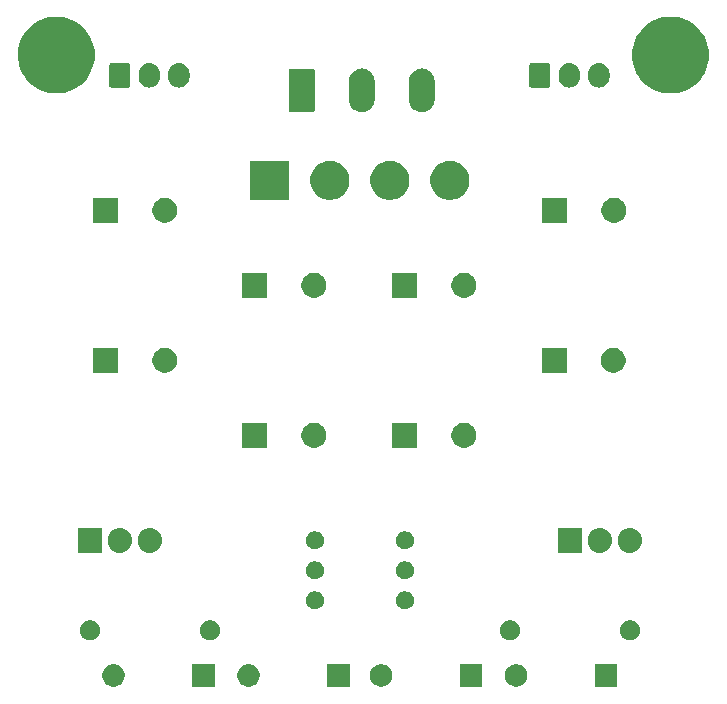
<source format=gts>
G04 #@! TF.GenerationSoftware,KiCad,Pcbnew,(5.1.5)-3*
G04 #@! TF.CreationDate,2020-03-29T19:39:18+08:00*
G04 #@! TF.ProjectId,317337,33313733-3337-42e6-9b69-6361645f7063,rev?*
G04 #@! TF.SameCoordinates,Original*
G04 #@! TF.FileFunction,Soldermask,Top*
G04 #@! TF.FilePolarity,Negative*
%FSLAX46Y46*%
G04 Gerber Fmt 4.6, Leading zero omitted, Abs format (unit mm)*
G04 Created by KiCad (PCBNEW (5.1.5)-3) date 2020-03-29 19:39:18*
%MOMM*%
%LPD*%
G04 APERTURE LIST*
%ADD10C,0.100000*%
G04 APERTURE END LIST*
D10*
G36*
X161511000Y-97471000D02*
G01*
X159609000Y-97471000D01*
X159609000Y-95569000D01*
X161511000Y-95569000D01*
X161511000Y-97471000D01*
G37*
G36*
X119117395Y-95605546D02*
G01*
X119290466Y-95677234D01*
X119290467Y-95677235D01*
X119446227Y-95781310D01*
X119578690Y-95913773D01*
X119578691Y-95913775D01*
X119682766Y-96069534D01*
X119754454Y-96242605D01*
X119791000Y-96426333D01*
X119791000Y-96613667D01*
X119754454Y-96797395D01*
X119682766Y-96970466D01*
X119682765Y-96970467D01*
X119578690Y-97126227D01*
X119446227Y-97258690D01*
X119367818Y-97311081D01*
X119290466Y-97362766D01*
X119117395Y-97434454D01*
X118933667Y-97471000D01*
X118746333Y-97471000D01*
X118562605Y-97434454D01*
X118389534Y-97362766D01*
X118312182Y-97311081D01*
X118233773Y-97258690D01*
X118101310Y-97126227D01*
X117997235Y-96970467D01*
X117997234Y-96970466D01*
X117925546Y-96797395D01*
X117889000Y-96613667D01*
X117889000Y-96426333D01*
X117925546Y-96242605D01*
X117997234Y-96069534D01*
X118101309Y-95913775D01*
X118101310Y-95913773D01*
X118233773Y-95781310D01*
X118389533Y-95677235D01*
X118389534Y-95677234D01*
X118562605Y-95605546D01*
X118746333Y-95569000D01*
X118933667Y-95569000D01*
X119117395Y-95605546D01*
G37*
G36*
X127411000Y-97471000D02*
G01*
X125509000Y-97471000D01*
X125509000Y-95569000D01*
X127411000Y-95569000D01*
X127411000Y-97471000D01*
G37*
G36*
X141787395Y-95605546D02*
G01*
X141960466Y-95677234D01*
X141960467Y-95677235D01*
X142116227Y-95781310D01*
X142248690Y-95913773D01*
X142248691Y-95913775D01*
X142352766Y-96069534D01*
X142424454Y-96242605D01*
X142461000Y-96426333D01*
X142461000Y-96613667D01*
X142424454Y-96797395D01*
X142352766Y-96970466D01*
X142352765Y-96970467D01*
X142248690Y-97126227D01*
X142116227Y-97258690D01*
X142037818Y-97311081D01*
X141960466Y-97362766D01*
X141787395Y-97434454D01*
X141603667Y-97471000D01*
X141416333Y-97471000D01*
X141232605Y-97434454D01*
X141059534Y-97362766D01*
X140982182Y-97311081D01*
X140903773Y-97258690D01*
X140771310Y-97126227D01*
X140667235Y-96970467D01*
X140667234Y-96970466D01*
X140595546Y-96797395D01*
X140559000Y-96613667D01*
X140559000Y-96426333D01*
X140595546Y-96242605D01*
X140667234Y-96069534D01*
X140771309Y-95913775D01*
X140771310Y-95913773D01*
X140903773Y-95781310D01*
X141059533Y-95677235D01*
X141059534Y-95677234D01*
X141232605Y-95605546D01*
X141416333Y-95569000D01*
X141603667Y-95569000D01*
X141787395Y-95605546D01*
G37*
G36*
X150081000Y-97471000D02*
G01*
X148179000Y-97471000D01*
X148179000Y-95569000D01*
X150081000Y-95569000D01*
X150081000Y-97471000D01*
G37*
G36*
X130547395Y-95605546D02*
G01*
X130720466Y-95677234D01*
X130720467Y-95677235D01*
X130876227Y-95781310D01*
X131008690Y-95913773D01*
X131008691Y-95913775D01*
X131112766Y-96069534D01*
X131184454Y-96242605D01*
X131221000Y-96426333D01*
X131221000Y-96613667D01*
X131184454Y-96797395D01*
X131112766Y-96970466D01*
X131112765Y-96970467D01*
X131008690Y-97126227D01*
X130876227Y-97258690D01*
X130797818Y-97311081D01*
X130720466Y-97362766D01*
X130547395Y-97434454D01*
X130363667Y-97471000D01*
X130176333Y-97471000D01*
X129992605Y-97434454D01*
X129819534Y-97362766D01*
X129742182Y-97311081D01*
X129663773Y-97258690D01*
X129531310Y-97126227D01*
X129427235Y-96970467D01*
X129427234Y-96970466D01*
X129355546Y-96797395D01*
X129319000Y-96613667D01*
X129319000Y-96426333D01*
X129355546Y-96242605D01*
X129427234Y-96069534D01*
X129531309Y-95913775D01*
X129531310Y-95913773D01*
X129663773Y-95781310D01*
X129819533Y-95677235D01*
X129819534Y-95677234D01*
X129992605Y-95605546D01*
X130176333Y-95569000D01*
X130363667Y-95569000D01*
X130547395Y-95605546D01*
G37*
G36*
X138841000Y-97471000D02*
G01*
X136939000Y-97471000D01*
X136939000Y-95569000D01*
X138841000Y-95569000D01*
X138841000Y-97471000D01*
G37*
G36*
X153217395Y-95605546D02*
G01*
X153390466Y-95677234D01*
X153390467Y-95677235D01*
X153546227Y-95781310D01*
X153678690Y-95913773D01*
X153678691Y-95913775D01*
X153782766Y-96069534D01*
X153854454Y-96242605D01*
X153891000Y-96426333D01*
X153891000Y-96613667D01*
X153854454Y-96797395D01*
X153782766Y-96970466D01*
X153782765Y-96970467D01*
X153678690Y-97126227D01*
X153546227Y-97258690D01*
X153467818Y-97311081D01*
X153390466Y-97362766D01*
X153217395Y-97434454D01*
X153033667Y-97471000D01*
X152846333Y-97471000D01*
X152662605Y-97434454D01*
X152489534Y-97362766D01*
X152412182Y-97311081D01*
X152333773Y-97258690D01*
X152201310Y-97126227D01*
X152097235Y-96970467D01*
X152097234Y-96970466D01*
X152025546Y-96797395D01*
X151989000Y-96613667D01*
X151989000Y-96426333D01*
X152025546Y-96242605D01*
X152097234Y-96069534D01*
X152201309Y-95913775D01*
X152201310Y-95913773D01*
X152333773Y-95781310D01*
X152489533Y-95677235D01*
X152489534Y-95677234D01*
X152662605Y-95605546D01*
X152846333Y-95569000D01*
X153033667Y-95569000D01*
X153217395Y-95605546D01*
G37*
G36*
X162808228Y-91891703D02*
G01*
X162963100Y-91955853D01*
X163102481Y-92048985D01*
X163221015Y-92167519D01*
X163314147Y-92306900D01*
X163378297Y-92461772D01*
X163411000Y-92626184D01*
X163411000Y-92793816D01*
X163378297Y-92958228D01*
X163314147Y-93113100D01*
X163221015Y-93252481D01*
X163102481Y-93371015D01*
X162963100Y-93464147D01*
X162808228Y-93528297D01*
X162643816Y-93561000D01*
X162476184Y-93561000D01*
X162311772Y-93528297D01*
X162156900Y-93464147D01*
X162017519Y-93371015D01*
X161898985Y-93252481D01*
X161805853Y-93113100D01*
X161741703Y-92958228D01*
X161709000Y-92793816D01*
X161709000Y-92626184D01*
X161741703Y-92461772D01*
X161805853Y-92306900D01*
X161898985Y-92167519D01*
X162017519Y-92048985D01*
X162156900Y-91955853D01*
X162311772Y-91891703D01*
X162476184Y-91859000D01*
X162643816Y-91859000D01*
X162808228Y-91891703D01*
G37*
G36*
X127248228Y-91891703D02*
G01*
X127403100Y-91955853D01*
X127542481Y-92048985D01*
X127661015Y-92167519D01*
X127754147Y-92306900D01*
X127818297Y-92461772D01*
X127851000Y-92626184D01*
X127851000Y-92793816D01*
X127818297Y-92958228D01*
X127754147Y-93113100D01*
X127661015Y-93252481D01*
X127542481Y-93371015D01*
X127403100Y-93464147D01*
X127248228Y-93528297D01*
X127083816Y-93561000D01*
X126916184Y-93561000D01*
X126751772Y-93528297D01*
X126596900Y-93464147D01*
X126457519Y-93371015D01*
X126338985Y-93252481D01*
X126245853Y-93113100D01*
X126181703Y-92958228D01*
X126149000Y-92793816D01*
X126149000Y-92626184D01*
X126181703Y-92461772D01*
X126245853Y-92306900D01*
X126338985Y-92167519D01*
X126457519Y-92048985D01*
X126596900Y-91955853D01*
X126751772Y-91891703D01*
X126916184Y-91859000D01*
X127083816Y-91859000D01*
X127248228Y-91891703D01*
G37*
G36*
X152648228Y-91891703D02*
G01*
X152803100Y-91955853D01*
X152942481Y-92048985D01*
X153061015Y-92167519D01*
X153154147Y-92306900D01*
X153218297Y-92461772D01*
X153251000Y-92626184D01*
X153251000Y-92793816D01*
X153218297Y-92958228D01*
X153154147Y-93113100D01*
X153061015Y-93252481D01*
X152942481Y-93371015D01*
X152803100Y-93464147D01*
X152648228Y-93528297D01*
X152483816Y-93561000D01*
X152316184Y-93561000D01*
X152151772Y-93528297D01*
X151996900Y-93464147D01*
X151857519Y-93371015D01*
X151738985Y-93252481D01*
X151645853Y-93113100D01*
X151581703Y-92958228D01*
X151549000Y-92793816D01*
X151549000Y-92626184D01*
X151581703Y-92461772D01*
X151645853Y-92306900D01*
X151738985Y-92167519D01*
X151857519Y-92048985D01*
X151996900Y-91955853D01*
X152151772Y-91891703D01*
X152316184Y-91859000D01*
X152483816Y-91859000D01*
X152648228Y-91891703D01*
G37*
G36*
X117088228Y-91891703D02*
G01*
X117243100Y-91955853D01*
X117382481Y-92048985D01*
X117501015Y-92167519D01*
X117594147Y-92306900D01*
X117658297Y-92461772D01*
X117691000Y-92626184D01*
X117691000Y-92793816D01*
X117658297Y-92958228D01*
X117594147Y-93113100D01*
X117501015Y-93252481D01*
X117382481Y-93371015D01*
X117243100Y-93464147D01*
X117088228Y-93528297D01*
X116923816Y-93561000D01*
X116756184Y-93561000D01*
X116591772Y-93528297D01*
X116436900Y-93464147D01*
X116297519Y-93371015D01*
X116178985Y-93252481D01*
X116085853Y-93113100D01*
X116021703Y-92958228D01*
X115989000Y-92793816D01*
X115989000Y-92626184D01*
X116021703Y-92461772D01*
X116085853Y-92306900D01*
X116178985Y-92167519D01*
X116297519Y-92048985D01*
X116436900Y-91955853D01*
X116591772Y-91891703D01*
X116756184Y-91859000D01*
X116923816Y-91859000D01*
X117088228Y-91891703D01*
G37*
G36*
X143635589Y-89408876D02*
G01*
X143734893Y-89428629D01*
X143875206Y-89486748D01*
X144001484Y-89571125D01*
X144108875Y-89678516D01*
X144193252Y-89804794D01*
X144251371Y-89945107D01*
X144281000Y-90094063D01*
X144281000Y-90245937D01*
X144251371Y-90394893D01*
X144193252Y-90535206D01*
X144108875Y-90661484D01*
X144001484Y-90768875D01*
X143875206Y-90853252D01*
X143734893Y-90911371D01*
X143635589Y-90931124D01*
X143585938Y-90941000D01*
X143434062Y-90941000D01*
X143384411Y-90931124D01*
X143285107Y-90911371D01*
X143144794Y-90853252D01*
X143018516Y-90768875D01*
X142911125Y-90661484D01*
X142826748Y-90535206D01*
X142768629Y-90394893D01*
X142739000Y-90245937D01*
X142739000Y-90094063D01*
X142768629Y-89945107D01*
X142826748Y-89804794D01*
X142911125Y-89678516D01*
X143018516Y-89571125D01*
X143144794Y-89486748D01*
X143285107Y-89428629D01*
X143384411Y-89408876D01*
X143434062Y-89399000D01*
X143585938Y-89399000D01*
X143635589Y-89408876D01*
G37*
G36*
X136015589Y-89408876D02*
G01*
X136114893Y-89428629D01*
X136255206Y-89486748D01*
X136381484Y-89571125D01*
X136488875Y-89678516D01*
X136573252Y-89804794D01*
X136631371Y-89945107D01*
X136661000Y-90094063D01*
X136661000Y-90245937D01*
X136631371Y-90394893D01*
X136573252Y-90535206D01*
X136488875Y-90661484D01*
X136381484Y-90768875D01*
X136255206Y-90853252D01*
X136114893Y-90911371D01*
X136015589Y-90931124D01*
X135965938Y-90941000D01*
X135814062Y-90941000D01*
X135764411Y-90931124D01*
X135665107Y-90911371D01*
X135524794Y-90853252D01*
X135398516Y-90768875D01*
X135291125Y-90661484D01*
X135206748Y-90535206D01*
X135148629Y-90394893D01*
X135119000Y-90245937D01*
X135119000Y-90094063D01*
X135148629Y-89945107D01*
X135206748Y-89804794D01*
X135291125Y-89678516D01*
X135398516Y-89571125D01*
X135524794Y-89486748D01*
X135665107Y-89428629D01*
X135764411Y-89408876D01*
X135814062Y-89399000D01*
X135965938Y-89399000D01*
X136015589Y-89408876D01*
G37*
G36*
X143635589Y-86868876D02*
G01*
X143734893Y-86888629D01*
X143875206Y-86946748D01*
X144001484Y-87031125D01*
X144108875Y-87138516D01*
X144193252Y-87264794D01*
X144251371Y-87405107D01*
X144281000Y-87554063D01*
X144281000Y-87705937D01*
X144251371Y-87854893D01*
X144193252Y-87995206D01*
X144108875Y-88121484D01*
X144001484Y-88228875D01*
X143875206Y-88313252D01*
X143734893Y-88371371D01*
X143635589Y-88391124D01*
X143585938Y-88401000D01*
X143434062Y-88401000D01*
X143384411Y-88391124D01*
X143285107Y-88371371D01*
X143144794Y-88313252D01*
X143018516Y-88228875D01*
X142911125Y-88121484D01*
X142826748Y-87995206D01*
X142768629Y-87854893D01*
X142739000Y-87705937D01*
X142739000Y-87554063D01*
X142768629Y-87405107D01*
X142826748Y-87264794D01*
X142911125Y-87138516D01*
X143018516Y-87031125D01*
X143144794Y-86946748D01*
X143285107Y-86888629D01*
X143384411Y-86868876D01*
X143434062Y-86859000D01*
X143585938Y-86859000D01*
X143635589Y-86868876D01*
G37*
G36*
X136015589Y-86868876D02*
G01*
X136114893Y-86888629D01*
X136255206Y-86946748D01*
X136381484Y-87031125D01*
X136488875Y-87138516D01*
X136573252Y-87264794D01*
X136631371Y-87405107D01*
X136661000Y-87554063D01*
X136661000Y-87705937D01*
X136631371Y-87854893D01*
X136573252Y-87995206D01*
X136488875Y-88121484D01*
X136381484Y-88228875D01*
X136255206Y-88313252D01*
X136114893Y-88371371D01*
X136015589Y-88391124D01*
X135965938Y-88401000D01*
X135814062Y-88401000D01*
X135764411Y-88391124D01*
X135665107Y-88371371D01*
X135524794Y-88313252D01*
X135398516Y-88228875D01*
X135291125Y-88121484D01*
X135206748Y-87995206D01*
X135148629Y-87854893D01*
X135119000Y-87705937D01*
X135119000Y-87554063D01*
X135148629Y-87405107D01*
X135206748Y-87264794D01*
X135291125Y-87138516D01*
X135398516Y-87031125D01*
X135524794Y-86946748D01*
X135665107Y-86888629D01*
X135764411Y-86868876D01*
X135814062Y-86859000D01*
X135965938Y-86859000D01*
X136015589Y-86868876D01*
G37*
G36*
X162756719Y-84053520D02*
G01*
X162945880Y-84110901D01*
X162945883Y-84110902D01*
X163038333Y-84160318D01*
X163120212Y-84204083D01*
X163273015Y-84329485D01*
X163398417Y-84482288D01*
X163491599Y-84656619D01*
X163548980Y-84845780D01*
X163563500Y-84993206D01*
X163563500Y-85186793D01*
X163548980Y-85334219D01*
X163512280Y-85455204D01*
X163491598Y-85523383D01*
X163460542Y-85581484D01*
X163398417Y-85697712D01*
X163273015Y-85850515D01*
X163120212Y-85975917D01*
X162945881Y-86069099D01*
X162756720Y-86126480D01*
X162560000Y-86145855D01*
X162363281Y-86126480D01*
X162174120Y-86069099D01*
X161999788Y-85975917D01*
X161846985Y-85850515D01*
X161721583Y-85697712D01*
X161628401Y-85523381D01*
X161571020Y-85334220D01*
X161556500Y-85186794D01*
X161556500Y-84993207D01*
X161571020Y-84845781D01*
X161628401Y-84656620D01*
X161628402Y-84656617D01*
X161716860Y-84491125D01*
X161721583Y-84482288D01*
X161846985Y-84329485D01*
X161999788Y-84204083D01*
X162174119Y-84110901D01*
X162363280Y-84053520D01*
X162560000Y-84034145D01*
X162756719Y-84053520D01*
G37*
G36*
X160216719Y-84053520D02*
G01*
X160405880Y-84110901D01*
X160405883Y-84110902D01*
X160498333Y-84160318D01*
X160580212Y-84204083D01*
X160733015Y-84329485D01*
X160858417Y-84482288D01*
X160951599Y-84656619D01*
X161008980Y-84845780D01*
X161023500Y-84993206D01*
X161023500Y-85186793D01*
X161008980Y-85334219D01*
X160972280Y-85455204D01*
X160951598Y-85523383D01*
X160920542Y-85581484D01*
X160858417Y-85697712D01*
X160733015Y-85850515D01*
X160580212Y-85975917D01*
X160405881Y-86069099D01*
X160216720Y-86126480D01*
X160020000Y-86145855D01*
X159823281Y-86126480D01*
X159634120Y-86069099D01*
X159459788Y-85975917D01*
X159306985Y-85850515D01*
X159181583Y-85697712D01*
X159088401Y-85523381D01*
X159031020Y-85334220D01*
X159016500Y-85186794D01*
X159016500Y-84993207D01*
X159031020Y-84845781D01*
X159088401Y-84656620D01*
X159088402Y-84656617D01*
X159176860Y-84491125D01*
X159181583Y-84482288D01*
X159306985Y-84329485D01*
X159459788Y-84204083D01*
X159634119Y-84110901D01*
X159823280Y-84053520D01*
X160020000Y-84034145D01*
X160216719Y-84053520D01*
G37*
G36*
X122116719Y-84053520D02*
G01*
X122305880Y-84110901D01*
X122305883Y-84110902D01*
X122398333Y-84160318D01*
X122480212Y-84204083D01*
X122633015Y-84329485D01*
X122758417Y-84482288D01*
X122851599Y-84656619D01*
X122908980Y-84845780D01*
X122923500Y-84993206D01*
X122923500Y-85186793D01*
X122908980Y-85334219D01*
X122872280Y-85455204D01*
X122851598Y-85523383D01*
X122820542Y-85581484D01*
X122758417Y-85697712D01*
X122633015Y-85850515D01*
X122480212Y-85975917D01*
X122305881Y-86069099D01*
X122116720Y-86126480D01*
X121920000Y-86145855D01*
X121723281Y-86126480D01*
X121534120Y-86069099D01*
X121359788Y-85975917D01*
X121206985Y-85850515D01*
X121081583Y-85697712D01*
X120988401Y-85523381D01*
X120931020Y-85334220D01*
X120916500Y-85186794D01*
X120916500Y-84993207D01*
X120931020Y-84845781D01*
X120988401Y-84656620D01*
X120988402Y-84656617D01*
X121076860Y-84491125D01*
X121081583Y-84482288D01*
X121206985Y-84329485D01*
X121359788Y-84204083D01*
X121534119Y-84110901D01*
X121723280Y-84053520D01*
X121920000Y-84034145D01*
X122116719Y-84053520D01*
G37*
G36*
X119576719Y-84053520D02*
G01*
X119765880Y-84110901D01*
X119765883Y-84110902D01*
X119858333Y-84160318D01*
X119940212Y-84204083D01*
X120093015Y-84329485D01*
X120218417Y-84482288D01*
X120311599Y-84656619D01*
X120368980Y-84845780D01*
X120383500Y-84993206D01*
X120383500Y-85186793D01*
X120368980Y-85334219D01*
X120332280Y-85455204D01*
X120311598Y-85523383D01*
X120280542Y-85581484D01*
X120218417Y-85697712D01*
X120093015Y-85850515D01*
X119940212Y-85975917D01*
X119765881Y-86069099D01*
X119576720Y-86126480D01*
X119380000Y-86145855D01*
X119183281Y-86126480D01*
X118994120Y-86069099D01*
X118819788Y-85975917D01*
X118666985Y-85850515D01*
X118541583Y-85697712D01*
X118448401Y-85523381D01*
X118391020Y-85334220D01*
X118376500Y-85186794D01*
X118376500Y-84993207D01*
X118391020Y-84845781D01*
X118448401Y-84656620D01*
X118448402Y-84656617D01*
X118536860Y-84491125D01*
X118541583Y-84482288D01*
X118666985Y-84329485D01*
X118819788Y-84204083D01*
X118994119Y-84110901D01*
X119183280Y-84053520D01*
X119380000Y-84034145D01*
X119576719Y-84053520D01*
G37*
G36*
X158483500Y-86141000D02*
G01*
X156476500Y-86141000D01*
X156476500Y-84039000D01*
X158483500Y-84039000D01*
X158483500Y-86141000D01*
G37*
G36*
X117843500Y-86141000D02*
G01*
X115836500Y-86141000D01*
X115836500Y-84039000D01*
X117843500Y-84039000D01*
X117843500Y-86141000D01*
G37*
G36*
X136015589Y-84328876D02*
G01*
X136114893Y-84348629D01*
X136255206Y-84406748D01*
X136381484Y-84491125D01*
X136488875Y-84598516D01*
X136573252Y-84724794D01*
X136631371Y-84865107D01*
X136661000Y-85014063D01*
X136661000Y-85165937D01*
X136631371Y-85314893D01*
X136573252Y-85455206D01*
X136488875Y-85581484D01*
X136381484Y-85688875D01*
X136255206Y-85773252D01*
X136114893Y-85831371D01*
X136018649Y-85850515D01*
X135965938Y-85861000D01*
X135814062Y-85861000D01*
X135761351Y-85850515D01*
X135665107Y-85831371D01*
X135524794Y-85773252D01*
X135398516Y-85688875D01*
X135291125Y-85581484D01*
X135206748Y-85455206D01*
X135148629Y-85314893D01*
X135119000Y-85165937D01*
X135119000Y-85014063D01*
X135148629Y-84865107D01*
X135206748Y-84724794D01*
X135291125Y-84598516D01*
X135398516Y-84491125D01*
X135524794Y-84406748D01*
X135665107Y-84348629D01*
X135764411Y-84328876D01*
X135814062Y-84319000D01*
X135965938Y-84319000D01*
X136015589Y-84328876D01*
G37*
G36*
X143635589Y-84328876D02*
G01*
X143734893Y-84348629D01*
X143875206Y-84406748D01*
X144001484Y-84491125D01*
X144108875Y-84598516D01*
X144193252Y-84724794D01*
X144251371Y-84865107D01*
X144281000Y-85014063D01*
X144281000Y-85165937D01*
X144251371Y-85314893D01*
X144193252Y-85455206D01*
X144108875Y-85581484D01*
X144001484Y-85688875D01*
X143875206Y-85773252D01*
X143734893Y-85831371D01*
X143638649Y-85850515D01*
X143585938Y-85861000D01*
X143434062Y-85861000D01*
X143381351Y-85850515D01*
X143285107Y-85831371D01*
X143144794Y-85773252D01*
X143018516Y-85688875D01*
X142911125Y-85581484D01*
X142826748Y-85455206D01*
X142768629Y-85314893D01*
X142739000Y-85165937D01*
X142739000Y-85014063D01*
X142768629Y-84865107D01*
X142826748Y-84724794D01*
X142911125Y-84598516D01*
X143018516Y-84491125D01*
X143144794Y-84406748D01*
X143285107Y-84348629D01*
X143384411Y-84328876D01*
X143434062Y-84319000D01*
X143585938Y-84319000D01*
X143635589Y-84328876D01*
G37*
G36*
X144561000Y-77251000D02*
G01*
X142459000Y-77251000D01*
X142459000Y-75149000D01*
X144561000Y-75149000D01*
X144561000Y-77251000D01*
G37*
G36*
X131861000Y-77251000D02*
G01*
X129759000Y-77251000D01*
X129759000Y-75149000D01*
X131861000Y-75149000D01*
X131861000Y-77251000D01*
G37*
G36*
X148816564Y-75189389D02*
G01*
X149007833Y-75268615D01*
X149007835Y-75268616D01*
X149179973Y-75383635D01*
X149326365Y-75530027D01*
X149441385Y-75702167D01*
X149520611Y-75893436D01*
X149561000Y-76096484D01*
X149561000Y-76303516D01*
X149520611Y-76506564D01*
X149441385Y-76697833D01*
X149441384Y-76697835D01*
X149326365Y-76869973D01*
X149179973Y-77016365D01*
X149007835Y-77131384D01*
X149007834Y-77131385D01*
X149007833Y-77131385D01*
X148816564Y-77210611D01*
X148613516Y-77251000D01*
X148406484Y-77251000D01*
X148203436Y-77210611D01*
X148012167Y-77131385D01*
X148012166Y-77131385D01*
X148012165Y-77131384D01*
X147840027Y-77016365D01*
X147693635Y-76869973D01*
X147578616Y-76697835D01*
X147578615Y-76697833D01*
X147499389Y-76506564D01*
X147459000Y-76303516D01*
X147459000Y-76096484D01*
X147499389Y-75893436D01*
X147578615Y-75702167D01*
X147693635Y-75530027D01*
X147840027Y-75383635D01*
X148012165Y-75268616D01*
X148012167Y-75268615D01*
X148203436Y-75189389D01*
X148406484Y-75149000D01*
X148613516Y-75149000D01*
X148816564Y-75189389D01*
G37*
G36*
X136116564Y-75189389D02*
G01*
X136307833Y-75268615D01*
X136307835Y-75268616D01*
X136479973Y-75383635D01*
X136626365Y-75530027D01*
X136741385Y-75702167D01*
X136820611Y-75893436D01*
X136861000Y-76096484D01*
X136861000Y-76303516D01*
X136820611Y-76506564D01*
X136741385Y-76697833D01*
X136741384Y-76697835D01*
X136626365Y-76869973D01*
X136479973Y-77016365D01*
X136307835Y-77131384D01*
X136307834Y-77131385D01*
X136307833Y-77131385D01*
X136116564Y-77210611D01*
X135913516Y-77251000D01*
X135706484Y-77251000D01*
X135503436Y-77210611D01*
X135312167Y-77131385D01*
X135312166Y-77131385D01*
X135312165Y-77131384D01*
X135140027Y-77016365D01*
X134993635Y-76869973D01*
X134878616Y-76697835D01*
X134878615Y-76697833D01*
X134799389Y-76506564D01*
X134759000Y-76303516D01*
X134759000Y-76096484D01*
X134799389Y-75893436D01*
X134878615Y-75702167D01*
X134993635Y-75530027D01*
X135140027Y-75383635D01*
X135312165Y-75268616D01*
X135312167Y-75268615D01*
X135503436Y-75189389D01*
X135706484Y-75149000D01*
X135913516Y-75149000D01*
X136116564Y-75189389D01*
G37*
G36*
X119241000Y-70901000D02*
G01*
X117139000Y-70901000D01*
X117139000Y-68799000D01*
X119241000Y-68799000D01*
X119241000Y-70901000D01*
G37*
G36*
X161469564Y-68839389D02*
G01*
X161660833Y-68918615D01*
X161660835Y-68918616D01*
X161832973Y-69033635D01*
X161979365Y-69180027D01*
X162094385Y-69352167D01*
X162173611Y-69543436D01*
X162214000Y-69746484D01*
X162214000Y-69953516D01*
X162173611Y-70156564D01*
X162094385Y-70347833D01*
X162094384Y-70347835D01*
X161979365Y-70519973D01*
X161832973Y-70666365D01*
X161660835Y-70781384D01*
X161660834Y-70781385D01*
X161660833Y-70781385D01*
X161469564Y-70860611D01*
X161266516Y-70901000D01*
X161059484Y-70901000D01*
X160856436Y-70860611D01*
X160665167Y-70781385D01*
X160665166Y-70781385D01*
X160665165Y-70781384D01*
X160493027Y-70666365D01*
X160346635Y-70519973D01*
X160231616Y-70347835D01*
X160231615Y-70347833D01*
X160152389Y-70156564D01*
X160112000Y-69953516D01*
X160112000Y-69746484D01*
X160152389Y-69543436D01*
X160231615Y-69352167D01*
X160346635Y-69180027D01*
X160493027Y-69033635D01*
X160665165Y-68918616D01*
X160665167Y-68918615D01*
X160856436Y-68839389D01*
X161059484Y-68799000D01*
X161266516Y-68799000D01*
X161469564Y-68839389D01*
G37*
G36*
X157214000Y-70901000D02*
G01*
X155112000Y-70901000D01*
X155112000Y-68799000D01*
X157214000Y-68799000D01*
X157214000Y-70901000D01*
G37*
G36*
X123496564Y-68839389D02*
G01*
X123687833Y-68918615D01*
X123687835Y-68918616D01*
X123859973Y-69033635D01*
X124006365Y-69180027D01*
X124121385Y-69352167D01*
X124200611Y-69543436D01*
X124241000Y-69746484D01*
X124241000Y-69953516D01*
X124200611Y-70156564D01*
X124121385Y-70347833D01*
X124121384Y-70347835D01*
X124006365Y-70519973D01*
X123859973Y-70666365D01*
X123687835Y-70781384D01*
X123687834Y-70781385D01*
X123687833Y-70781385D01*
X123496564Y-70860611D01*
X123293516Y-70901000D01*
X123086484Y-70901000D01*
X122883436Y-70860611D01*
X122692167Y-70781385D01*
X122692166Y-70781385D01*
X122692165Y-70781384D01*
X122520027Y-70666365D01*
X122373635Y-70519973D01*
X122258616Y-70347835D01*
X122258615Y-70347833D01*
X122179389Y-70156564D01*
X122139000Y-69953516D01*
X122139000Y-69746484D01*
X122179389Y-69543436D01*
X122258615Y-69352167D01*
X122373635Y-69180027D01*
X122520027Y-69033635D01*
X122692165Y-68918616D01*
X122692167Y-68918615D01*
X122883436Y-68839389D01*
X123086484Y-68799000D01*
X123293516Y-68799000D01*
X123496564Y-68839389D01*
G37*
G36*
X136116564Y-62489389D02*
G01*
X136307833Y-62568615D01*
X136307835Y-62568616D01*
X136479973Y-62683635D01*
X136626365Y-62830027D01*
X136741385Y-63002167D01*
X136820611Y-63193436D01*
X136861000Y-63396484D01*
X136861000Y-63603516D01*
X136820611Y-63806564D01*
X136741385Y-63997833D01*
X136741384Y-63997835D01*
X136626365Y-64169973D01*
X136479973Y-64316365D01*
X136307835Y-64431384D01*
X136307834Y-64431385D01*
X136307833Y-64431385D01*
X136116564Y-64510611D01*
X135913516Y-64551000D01*
X135706484Y-64551000D01*
X135503436Y-64510611D01*
X135312167Y-64431385D01*
X135312166Y-64431385D01*
X135312165Y-64431384D01*
X135140027Y-64316365D01*
X134993635Y-64169973D01*
X134878616Y-63997835D01*
X134878615Y-63997833D01*
X134799389Y-63806564D01*
X134759000Y-63603516D01*
X134759000Y-63396484D01*
X134799389Y-63193436D01*
X134878615Y-63002167D01*
X134993635Y-62830027D01*
X135140027Y-62683635D01*
X135312165Y-62568616D01*
X135312167Y-62568615D01*
X135503436Y-62489389D01*
X135706484Y-62449000D01*
X135913516Y-62449000D01*
X136116564Y-62489389D01*
G37*
G36*
X144561000Y-64551000D02*
G01*
X142459000Y-64551000D01*
X142459000Y-62449000D01*
X144561000Y-62449000D01*
X144561000Y-64551000D01*
G37*
G36*
X148816564Y-62489389D02*
G01*
X149007833Y-62568615D01*
X149007835Y-62568616D01*
X149179973Y-62683635D01*
X149326365Y-62830027D01*
X149441385Y-63002167D01*
X149520611Y-63193436D01*
X149561000Y-63396484D01*
X149561000Y-63603516D01*
X149520611Y-63806564D01*
X149441385Y-63997833D01*
X149441384Y-63997835D01*
X149326365Y-64169973D01*
X149179973Y-64316365D01*
X149007835Y-64431384D01*
X149007834Y-64431385D01*
X149007833Y-64431385D01*
X148816564Y-64510611D01*
X148613516Y-64551000D01*
X148406484Y-64551000D01*
X148203436Y-64510611D01*
X148012167Y-64431385D01*
X148012166Y-64431385D01*
X148012165Y-64431384D01*
X147840027Y-64316365D01*
X147693635Y-64169973D01*
X147578616Y-63997835D01*
X147578615Y-63997833D01*
X147499389Y-63806564D01*
X147459000Y-63603516D01*
X147459000Y-63396484D01*
X147499389Y-63193436D01*
X147578615Y-63002167D01*
X147693635Y-62830027D01*
X147840027Y-62683635D01*
X148012165Y-62568616D01*
X148012167Y-62568615D01*
X148203436Y-62489389D01*
X148406484Y-62449000D01*
X148613516Y-62449000D01*
X148816564Y-62489389D01*
G37*
G36*
X131861000Y-64551000D02*
G01*
X129759000Y-64551000D01*
X129759000Y-62449000D01*
X131861000Y-62449000D01*
X131861000Y-64551000D01*
G37*
G36*
X161516564Y-56139389D02*
G01*
X161707833Y-56218615D01*
X161707835Y-56218616D01*
X161771267Y-56261000D01*
X161879973Y-56333635D01*
X162026365Y-56480027D01*
X162141385Y-56652167D01*
X162220611Y-56843436D01*
X162261000Y-57046484D01*
X162261000Y-57253516D01*
X162220611Y-57456564D01*
X162141385Y-57647833D01*
X162141384Y-57647835D01*
X162026365Y-57819973D01*
X161879973Y-57966365D01*
X161707835Y-58081384D01*
X161707834Y-58081385D01*
X161707833Y-58081385D01*
X161516564Y-58160611D01*
X161313516Y-58201000D01*
X161106484Y-58201000D01*
X160903436Y-58160611D01*
X160712167Y-58081385D01*
X160712166Y-58081385D01*
X160712165Y-58081384D01*
X160540027Y-57966365D01*
X160393635Y-57819973D01*
X160278616Y-57647835D01*
X160278615Y-57647833D01*
X160199389Y-57456564D01*
X160159000Y-57253516D01*
X160159000Y-57046484D01*
X160199389Y-56843436D01*
X160278615Y-56652167D01*
X160393635Y-56480027D01*
X160540027Y-56333635D01*
X160648733Y-56261000D01*
X160712165Y-56218616D01*
X160712167Y-56218615D01*
X160903436Y-56139389D01*
X161106484Y-56099000D01*
X161313516Y-56099000D01*
X161516564Y-56139389D01*
G37*
G36*
X157261000Y-58201000D02*
G01*
X155159000Y-58201000D01*
X155159000Y-56099000D01*
X157261000Y-56099000D01*
X157261000Y-58201000D01*
G37*
G36*
X123496564Y-56139389D02*
G01*
X123687833Y-56218615D01*
X123687835Y-56218616D01*
X123751267Y-56261000D01*
X123859973Y-56333635D01*
X124006365Y-56480027D01*
X124121385Y-56652167D01*
X124200611Y-56843436D01*
X124241000Y-57046484D01*
X124241000Y-57253516D01*
X124200611Y-57456564D01*
X124121385Y-57647833D01*
X124121384Y-57647835D01*
X124006365Y-57819973D01*
X123859973Y-57966365D01*
X123687835Y-58081384D01*
X123687834Y-58081385D01*
X123687833Y-58081385D01*
X123496564Y-58160611D01*
X123293516Y-58201000D01*
X123086484Y-58201000D01*
X122883436Y-58160611D01*
X122692167Y-58081385D01*
X122692166Y-58081385D01*
X122692165Y-58081384D01*
X122520027Y-57966365D01*
X122373635Y-57819973D01*
X122258616Y-57647835D01*
X122258615Y-57647833D01*
X122179389Y-57456564D01*
X122139000Y-57253516D01*
X122139000Y-57046484D01*
X122179389Y-56843436D01*
X122258615Y-56652167D01*
X122373635Y-56480027D01*
X122520027Y-56333635D01*
X122628733Y-56261000D01*
X122692165Y-56218616D01*
X122692167Y-56218615D01*
X122883436Y-56139389D01*
X123086484Y-56099000D01*
X123293516Y-56099000D01*
X123496564Y-56139389D01*
G37*
G36*
X119241000Y-58201000D02*
G01*
X117139000Y-58201000D01*
X117139000Y-56099000D01*
X119241000Y-56099000D01*
X119241000Y-58201000D01*
G37*
G36*
X133731000Y-56261000D02*
G01*
X130429000Y-56261000D01*
X130429000Y-52959000D01*
X133731000Y-52959000D01*
X133731000Y-56261000D01*
G37*
G36*
X147695256Y-53001298D02*
G01*
X147801579Y-53022447D01*
X148102042Y-53146903D01*
X148372451Y-53327585D01*
X148602415Y-53557549D01*
X148783097Y-53827958D01*
X148907553Y-54128421D01*
X148971000Y-54447391D01*
X148971000Y-54772609D01*
X148907553Y-55091579D01*
X148783097Y-55392042D01*
X148602415Y-55662451D01*
X148372451Y-55892415D01*
X148102042Y-56073097D01*
X147801579Y-56197553D01*
X147695693Y-56218615D01*
X147482611Y-56261000D01*
X147157389Y-56261000D01*
X146944307Y-56218615D01*
X146838421Y-56197553D01*
X146537958Y-56073097D01*
X146267549Y-55892415D01*
X146037585Y-55662451D01*
X145856903Y-55392042D01*
X145732447Y-55091579D01*
X145669000Y-54772609D01*
X145669000Y-54447391D01*
X145732447Y-54128421D01*
X145856903Y-53827958D01*
X146037585Y-53557549D01*
X146267549Y-53327585D01*
X146537958Y-53146903D01*
X146838421Y-53022447D01*
X146944744Y-53001298D01*
X147157389Y-52959000D01*
X147482611Y-52959000D01*
X147695256Y-53001298D01*
G37*
G36*
X142615256Y-53001298D02*
G01*
X142721579Y-53022447D01*
X143022042Y-53146903D01*
X143292451Y-53327585D01*
X143522415Y-53557549D01*
X143703097Y-53827958D01*
X143827553Y-54128421D01*
X143891000Y-54447391D01*
X143891000Y-54772609D01*
X143827553Y-55091579D01*
X143703097Y-55392042D01*
X143522415Y-55662451D01*
X143292451Y-55892415D01*
X143022042Y-56073097D01*
X142721579Y-56197553D01*
X142615693Y-56218615D01*
X142402611Y-56261000D01*
X142077389Y-56261000D01*
X141864307Y-56218615D01*
X141758421Y-56197553D01*
X141457958Y-56073097D01*
X141187549Y-55892415D01*
X140957585Y-55662451D01*
X140776903Y-55392042D01*
X140652447Y-55091579D01*
X140589000Y-54772609D01*
X140589000Y-54447391D01*
X140652447Y-54128421D01*
X140776903Y-53827958D01*
X140957585Y-53557549D01*
X141187549Y-53327585D01*
X141457958Y-53146903D01*
X141758421Y-53022447D01*
X141864744Y-53001298D01*
X142077389Y-52959000D01*
X142402611Y-52959000D01*
X142615256Y-53001298D01*
G37*
G36*
X137535256Y-53001298D02*
G01*
X137641579Y-53022447D01*
X137942042Y-53146903D01*
X138212451Y-53327585D01*
X138442415Y-53557549D01*
X138623097Y-53827958D01*
X138747553Y-54128421D01*
X138811000Y-54447391D01*
X138811000Y-54772609D01*
X138747553Y-55091579D01*
X138623097Y-55392042D01*
X138442415Y-55662451D01*
X138212451Y-55892415D01*
X137942042Y-56073097D01*
X137641579Y-56197553D01*
X137535693Y-56218615D01*
X137322611Y-56261000D01*
X136997389Y-56261000D01*
X136784307Y-56218615D01*
X136678421Y-56197553D01*
X136377958Y-56073097D01*
X136107549Y-55892415D01*
X135877585Y-55662451D01*
X135696903Y-55392042D01*
X135572447Y-55091579D01*
X135509000Y-54772609D01*
X135509000Y-54447391D01*
X135572447Y-54128421D01*
X135696903Y-53827958D01*
X135877585Y-53557549D01*
X136107549Y-53327585D01*
X136377958Y-53146903D01*
X136678421Y-53022447D01*
X136784744Y-53001298D01*
X136997389Y-52959000D01*
X137322611Y-52959000D01*
X137535256Y-53001298D01*
G37*
G36*
X140073870Y-45154786D02*
G01*
X140184779Y-45188430D01*
X140275053Y-45215814D01*
X140279529Y-45217172D01*
X140429597Y-45297385D01*
X140469059Y-45318478D01*
X140635186Y-45454814D01*
X140713912Y-45550743D01*
X140771525Y-45620945D01*
X140872828Y-45810470D01*
X140935214Y-46016129D01*
X140951000Y-46176409D01*
X140951000Y-47803591D01*
X140935214Y-47963871D01*
X140872828Y-48169530D01*
X140771525Y-48359055D01*
X140771523Y-48359058D01*
X140771522Y-48359059D01*
X140635186Y-48525186D01*
X140507583Y-48629906D01*
X140469055Y-48661525D01*
X140279530Y-48762828D01*
X140279527Y-48762829D01*
X140268058Y-48766308D01*
X140073871Y-48825214D01*
X139860000Y-48846278D01*
X139646130Y-48825214D01*
X139451943Y-48766308D01*
X139440474Y-48762829D01*
X139440471Y-48762828D01*
X139250946Y-48661525D01*
X139212418Y-48629906D01*
X139084815Y-48525186D01*
X138948479Y-48359059D01*
X138948478Y-48359058D01*
X138948476Y-48359055D01*
X138847171Y-48169527D01*
X138784786Y-47963874D01*
X138769000Y-47803591D01*
X138769000Y-46176410D01*
X138784786Y-46016130D01*
X138847172Y-45810471D01*
X138948477Y-45620943D01*
X138948478Y-45620941D01*
X139084814Y-45454814D01*
X139250941Y-45318478D01*
X139250942Y-45318477D01*
X139250945Y-45318475D01*
X139440470Y-45217172D01*
X139444947Y-45215814D01*
X139535220Y-45188430D01*
X139646129Y-45154786D01*
X139860000Y-45133722D01*
X140073870Y-45154786D01*
G37*
G36*
X145153870Y-45154786D02*
G01*
X145264779Y-45188430D01*
X145355053Y-45215814D01*
X145359529Y-45217172D01*
X145509597Y-45297385D01*
X145549059Y-45318478D01*
X145715186Y-45454814D01*
X145793912Y-45550743D01*
X145851525Y-45620945D01*
X145952828Y-45810470D01*
X146015214Y-46016129D01*
X146031000Y-46176409D01*
X146031000Y-47803591D01*
X146015214Y-47963871D01*
X145952828Y-48169530D01*
X145851525Y-48359055D01*
X145851523Y-48359058D01*
X145851522Y-48359059D01*
X145715186Y-48525186D01*
X145587583Y-48629906D01*
X145549055Y-48661525D01*
X145359530Y-48762828D01*
X145359527Y-48762829D01*
X145348058Y-48766308D01*
X145153871Y-48825214D01*
X144940000Y-48846278D01*
X144726130Y-48825214D01*
X144531943Y-48766308D01*
X144520474Y-48762829D01*
X144520471Y-48762828D01*
X144330946Y-48661525D01*
X144292418Y-48629906D01*
X144164815Y-48525186D01*
X144028479Y-48359059D01*
X144028478Y-48359058D01*
X144028476Y-48359055D01*
X143927171Y-48169527D01*
X143864786Y-47963874D01*
X143849000Y-47803591D01*
X143849000Y-46176410D01*
X143864786Y-46016130D01*
X143927172Y-45810471D01*
X144028477Y-45620943D01*
X144028478Y-45620941D01*
X144164814Y-45454814D01*
X144330941Y-45318478D01*
X144330942Y-45318477D01*
X144330945Y-45318475D01*
X144520470Y-45217172D01*
X144524947Y-45215814D01*
X144615220Y-45188430D01*
X144726129Y-45154786D01*
X144940000Y-45133722D01*
X145153870Y-45154786D01*
G37*
G36*
X135736217Y-45142808D02*
G01*
X135767489Y-45152294D01*
X135796308Y-45167698D01*
X135821570Y-45188430D01*
X135842302Y-45213692D01*
X135857706Y-45242511D01*
X135867192Y-45273783D01*
X135871000Y-45312448D01*
X135871000Y-48667552D01*
X135867192Y-48706217D01*
X135857706Y-48737489D01*
X135842302Y-48766308D01*
X135821570Y-48791570D01*
X135796308Y-48812302D01*
X135767489Y-48827706D01*
X135736217Y-48837192D01*
X135697552Y-48841000D01*
X133862448Y-48841000D01*
X133823783Y-48837192D01*
X133792511Y-48827706D01*
X133763692Y-48812302D01*
X133738430Y-48791570D01*
X133717698Y-48766308D01*
X133702294Y-48737489D01*
X133692808Y-48706217D01*
X133689000Y-48667552D01*
X133689000Y-45312448D01*
X133692808Y-45273783D01*
X133702294Y-45242511D01*
X133717698Y-45213692D01*
X133738430Y-45188430D01*
X133763692Y-45167698D01*
X133792511Y-45152294D01*
X133823783Y-45142808D01*
X133862448Y-45139000D01*
X135697552Y-45139000D01*
X135736217Y-45142808D01*
G37*
G36*
X114634239Y-40811467D02*
G01*
X114948282Y-40873934D01*
X115539926Y-41119001D01*
X116072392Y-41474784D01*
X116525216Y-41927608D01*
X116880999Y-42460074D01*
X117126066Y-43051718D01*
X117126066Y-43051719D01*
X117251000Y-43679803D01*
X117251000Y-44320197D01*
X117188533Y-44634239D01*
X117126066Y-44948282D01*
X116880999Y-45539926D01*
X116647583Y-45889257D01*
X116559138Y-46021625D01*
X116525216Y-46072392D01*
X116072392Y-46525216D01*
X115539926Y-46880999D01*
X114948282Y-47126066D01*
X114634239Y-47188533D01*
X114320197Y-47251000D01*
X113679803Y-47251000D01*
X113365761Y-47188533D01*
X113051718Y-47126066D01*
X112460074Y-46880999D01*
X111927608Y-46525216D01*
X111474784Y-46072392D01*
X111440863Y-46021625D01*
X111352417Y-45889257D01*
X111119001Y-45539926D01*
X110873934Y-44948282D01*
X110811467Y-44634239D01*
X110749000Y-44320197D01*
X110749000Y-43679803D01*
X110873934Y-43051719D01*
X110873934Y-43051718D01*
X111119001Y-42460074D01*
X111474784Y-41927608D01*
X111927608Y-41474784D01*
X112460074Y-41119001D01*
X113051718Y-40873934D01*
X113365761Y-40811467D01*
X113679803Y-40749000D01*
X114320197Y-40749000D01*
X114634239Y-40811467D01*
G37*
G36*
X166634239Y-40811467D02*
G01*
X166948282Y-40873934D01*
X167539926Y-41119001D01*
X168072392Y-41474784D01*
X168525216Y-41927608D01*
X168880999Y-42460074D01*
X169126066Y-43051718D01*
X169126066Y-43051719D01*
X169251000Y-43679803D01*
X169251000Y-44320197D01*
X169188533Y-44634239D01*
X169126066Y-44948282D01*
X168880999Y-45539926D01*
X168647583Y-45889257D01*
X168559138Y-46021625D01*
X168525216Y-46072392D01*
X168072392Y-46525216D01*
X167539926Y-46880999D01*
X166948282Y-47126066D01*
X166634239Y-47188533D01*
X166320197Y-47251000D01*
X165679803Y-47251000D01*
X165365761Y-47188533D01*
X165051718Y-47126066D01*
X164460074Y-46880999D01*
X163927608Y-46525216D01*
X163474784Y-46072392D01*
X163440863Y-46021625D01*
X163352417Y-45889257D01*
X163119001Y-45539926D01*
X162873934Y-44948282D01*
X162811467Y-44634239D01*
X162749000Y-44320197D01*
X162749000Y-43679803D01*
X162873934Y-43051719D01*
X162873934Y-43051718D01*
X163119001Y-42460074D01*
X163474784Y-41927608D01*
X163927608Y-41474784D01*
X164460074Y-41119001D01*
X165051718Y-40873934D01*
X165365761Y-40811467D01*
X165679803Y-40749000D01*
X166320197Y-40749000D01*
X166634239Y-40811467D01*
G37*
G36*
X122056626Y-44707037D02*
G01*
X122226465Y-44758557D01*
X122226467Y-44758558D01*
X122382989Y-44842221D01*
X122520186Y-44954814D01*
X122603448Y-45056271D01*
X122632778Y-45092009D01*
X122632779Y-45092011D01*
X122715119Y-45246056D01*
X122716443Y-45248534D01*
X122767963Y-45418373D01*
X122781000Y-45550742D01*
X122781000Y-45889257D01*
X122767963Y-46021626D01*
X122716443Y-46191466D01*
X122632778Y-46347991D01*
X122603448Y-46383729D01*
X122520186Y-46485186D01*
X122425250Y-46563097D01*
X122382991Y-46597778D01*
X122226466Y-46681443D01*
X122056627Y-46732963D01*
X121880000Y-46750359D01*
X121703374Y-46732963D01*
X121533535Y-46681443D01*
X121377010Y-46597778D01*
X121239815Y-46485185D01*
X121127222Y-46347991D01*
X121043557Y-46191466D01*
X120992037Y-46021627D01*
X120979000Y-45889258D01*
X120979000Y-45550743D01*
X120980066Y-45539924D01*
X120992037Y-45418376D01*
X120992037Y-45418374D01*
X121043557Y-45248535D01*
X121060321Y-45217172D01*
X121127221Y-45092011D01*
X121239814Y-44954814D01*
X121341271Y-44871552D01*
X121377009Y-44842222D01*
X121533534Y-44758557D01*
X121703373Y-44707037D01*
X121880000Y-44689641D01*
X122056626Y-44707037D01*
G37*
G36*
X124556626Y-44707037D02*
G01*
X124726465Y-44758557D01*
X124726467Y-44758558D01*
X124882989Y-44842221D01*
X125020186Y-44954814D01*
X125103448Y-45056271D01*
X125132778Y-45092009D01*
X125132779Y-45092011D01*
X125215119Y-45246056D01*
X125216443Y-45248534D01*
X125267963Y-45418373D01*
X125281000Y-45550742D01*
X125281000Y-45889257D01*
X125267963Y-46021626D01*
X125216443Y-46191466D01*
X125132778Y-46347991D01*
X125103448Y-46383729D01*
X125020186Y-46485186D01*
X124925250Y-46563097D01*
X124882991Y-46597778D01*
X124726466Y-46681443D01*
X124556627Y-46732963D01*
X124380000Y-46750359D01*
X124203374Y-46732963D01*
X124033535Y-46681443D01*
X123877010Y-46597778D01*
X123739815Y-46485185D01*
X123627222Y-46347991D01*
X123543557Y-46191466D01*
X123492037Y-46021627D01*
X123479000Y-45889258D01*
X123479000Y-45550743D01*
X123480066Y-45539924D01*
X123492037Y-45418376D01*
X123492037Y-45418374D01*
X123543557Y-45248535D01*
X123560321Y-45217172D01*
X123627221Y-45092011D01*
X123739814Y-44954814D01*
X123841271Y-44871552D01*
X123877009Y-44842222D01*
X124033534Y-44758557D01*
X124203373Y-44707037D01*
X124380000Y-44689641D01*
X124556626Y-44707037D01*
G37*
G36*
X157616626Y-44707037D02*
G01*
X157786465Y-44758557D01*
X157786467Y-44758558D01*
X157942989Y-44842221D01*
X158080186Y-44954814D01*
X158163448Y-45056271D01*
X158192778Y-45092009D01*
X158192779Y-45092011D01*
X158275119Y-45246056D01*
X158276443Y-45248534D01*
X158327963Y-45418373D01*
X158341000Y-45550742D01*
X158341000Y-45889257D01*
X158327963Y-46021626D01*
X158276443Y-46191466D01*
X158192778Y-46347991D01*
X158163448Y-46383729D01*
X158080186Y-46485186D01*
X157985250Y-46563097D01*
X157942991Y-46597778D01*
X157786466Y-46681443D01*
X157616627Y-46732963D01*
X157440000Y-46750359D01*
X157263374Y-46732963D01*
X157093535Y-46681443D01*
X156937010Y-46597778D01*
X156799815Y-46485185D01*
X156687222Y-46347991D01*
X156603557Y-46191466D01*
X156552037Y-46021627D01*
X156539000Y-45889258D01*
X156539000Y-45550743D01*
X156540066Y-45539924D01*
X156552037Y-45418376D01*
X156552037Y-45418374D01*
X156603557Y-45248535D01*
X156620321Y-45217172D01*
X156687221Y-45092011D01*
X156799814Y-44954814D01*
X156901271Y-44871552D01*
X156937009Y-44842222D01*
X157093534Y-44758557D01*
X157263373Y-44707037D01*
X157440000Y-44689641D01*
X157616626Y-44707037D01*
G37*
G36*
X160116626Y-44707037D02*
G01*
X160286465Y-44758557D01*
X160286467Y-44758558D01*
X160442989Y-44842221D01*
X160580186Y-44954814D01*
X160663448Y-45056271D01*
X160692778Y-45092009D01*
X160692779Y-45092011D01*
X160775119Y-45246056D01*
X160776443Y-45248534D01*
X160827963Y-45418373D01*
X160841000Y-45550742D01*
X160841000Y-45889257D01*
X160827963Y-46021626D01*
X160776443Y-46191466D01*
X160692778Y-46347991D01*
X160663448Y-46383729D01*
X160580186Y-46485186D01*
X160485250Y-46563097D01*
X160442991Y-46597778D01*
X160286466Y-46681443D01*
X160116627Y-46732963D01*
X159940000Y-46750359D01*
X159763374Y-46732963D01*
X159593535Y-46681443D01*
X159437010Y-46597778D01*
X159299815Y-46485185D01*
X159187222Y-46347991D01*
X159103557Y-46191466D01*
X159052037Y-46021627D01*
X159039000Y-45889258D01*
X159039000Y-45550743D01*
X159040066Y-45539924D01*
X159052037Y-45418376D01*
X159052037Y-45418374D01*
X159103557Y-45248535D01*
X159120321Y-45217172D01*
X159187221Y-45092011D01*
X159299814Y-44954814D01*
X159401271Y-44871552D01*
X159437009Y-44842222D01*
X159593534Y-44758557D01*
X159763373Y-44707037D01*
X159940000Y-44689641D01*
X160116626Y-44707037D01*
G37*
G36*
X120138600Y-44697989D02*
G01*
X120171652Y-44708015D01*
X120202103Y-44724292D01*
X120228799Y-44746201D01*
X120250708Y-44772897D01*
X120266985Y-44803348D01*
X120277011Y-44836400D01*
X120281000Y-44876903D01*
X120281000Y-46563097D01*
X120277011Y-46603600D01*
X120266985Y-46636652D01*
X120250708Y-46667103D01*
X120228799Y-46693799D01*
X120202103Y-46715708D01*
X120171652Y-46731985D01*
X120138600Y-46742011D01*
X120098097Y-46746000D01*
X118661903Y-46746000D01*
X118621400Y-46742011D01*
X118588348Y-46731985D01*
X118557897Y-46715708D01*
X118531201Y-46693799D01*
X118509292Y-46667103D01*
X118493015Y-46636652D01*
X118482989Y-46603600D01*
X118479000Y-46563097D01*
X118479000Y-44876903D01*
X118482989Y-44836400D01*
X118493015Y-44803348D01*
X118509292Y-44772897D01*
X118531201Y-44746201D01*
X118557897Y-44724292D01*
X118588348Y-44708015D01*
X118621400Y-44697989D01*
X118661903Y-44694000D01*
X120098097Y-44694000D01*
X120138600Y-44697989D01*
G37*
G36*
X155698600Y-44697989D02*
G01*
X155731652Y-44708015D01*
X155762103Y-44724292D01*
X155788799Y-44746201D01*
X155810708Y-44772897D01*
X155826985Y-44803348D01*
X155837011Y-44836400D01*
X155841000Y-44876903D01*
X155841000Y-46563097D01*
X155837011Y-46603600D01*
X155826985Y-46636652D01*
X155810708Y-46667103D01*
X155788799Y-46693799D01*
X155762103Y-46715708D01*
X155731652Y-46731985D01*
X155698600Y-46742011D01*
X155658097Y-46746000D01*
X154221903Y-46746000D01*
X154181400Y-46742011D01*
X154148348Y-46731985D01*
X154117897Y-46715708D01*
X154091201Y-46693799D01*
X154069292Y-46667103D01*
X154053015Y-46636652D01*
X154042989Y-46603600D01*
X154039000Y-46563097D01*
X154039000Y-44876903D01*
X154042989Y-44836400D01*
X154053015Y-44803348D01*
X154069292Y-44772897D01*
X154091201Y-44746201D01*
X154117897Y-44724292D01*
X154148348Y-44708015D01*
X154181400Y-44697989D01*
X154221903Y-44694000D01*
X155658097Y-44694000D01*
X155698600Y-44697989D01*
G37*
M02*

</source>
